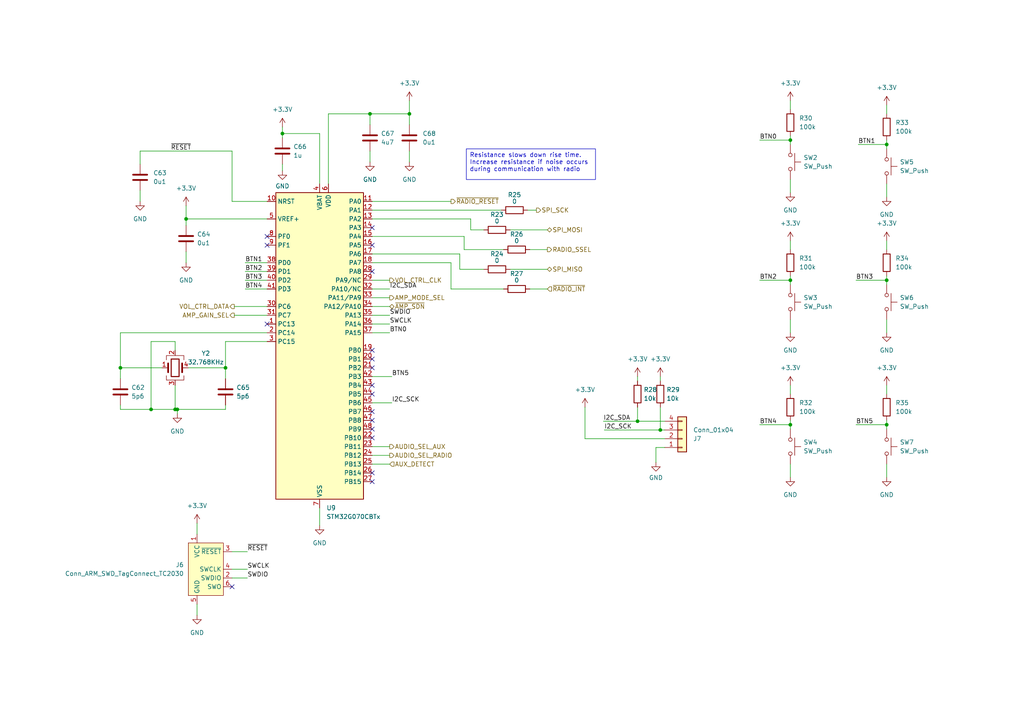
<source format=kicad_sch>
(kicad_sch (version 20230121) (generator eeschema)
  (paper "A4")
  (lib_symbols
    (symbol "Connector:Conn_ARM_SWD_TagConnect_TC2030" (in_bom no)
      (property "Reference" "J" (at 2.54 11.43 0))
      (property "Value" "Conn_ARM_SWD_TagConnect_TC2030" (at 5.08 8.89 0))
      (symbol "Conn_ARM_SWD_TagConnect_TC2030_0_0"
        (pin power_in line (at -2.54 10.16 270) (length 2.54) (name "VCC") (number "1"))
        (pin bidirectional line (at 7.62 -2.54 180) (length 2.54) (name "SWDIO") (number "2"))
        (pin open_collector line (at 7.62 5.08 180) (length 2.54) (name "~{RESET}") (number "3"))
        (pin output line (at 7.62 0 180) (length 2.54) (name "SWCLK") (number "4"))
        (pin power_in line (at -2.54 -10.16 90) (length 2.54) (name "GND") (number "5"))
        (pin input line (at 7.62 -5.08 180) (length 2.54) (name "SWO") (number "6"))
      )
      (symbol "Conn_ARM_SWD_TagConnect_TC2030_0_1"
        (rectangle (start -5.08 7.62) (end 5.08 -7.62) (fill (type background)))
      )
    )
    (symbol "Connector_Generic:Conn_01x04" (pin_names (offset 1.016) hide)
      (property "Reference" "J" (at 0 5.08 0))
      (property "Value" "Conn_01x04" (at 0 -7.62 0))
      (symbol "Conn_01x04_1_1"
        (rectangle (start -1.27 -4.953) (end 0 -5.207) (stroke (width 0.1524)))
        (rectangle (start -1.27 -2.413) (end 0 -2.667) (stroke (width 0.1524)))
        (rectangle (start -1.27 0.127) (end 0 -0.127) (stroke (width 0.1524)))
        (rectangle (start -1.27 2.667) (end 0 2.413) (stroke (width 0.1524)))
        (rectangle (start -1.27 3.81) (end 1.27 -6.35) (stroke (width 0.254)) (fill (type background)))
        (pin passive line (at -5.08 2.54 0) (length 3.81) (name "Pin_1") (number "1"))
        (pin passive line (at -5.08 0 0) (length 3.81) (name "Pin_2") (number "2"))
        (pin passive line (at -5.08 -2.54 0) (length 3.81) (name "Pin_3") (number "3"))
        (pin passive line (at -5.08 -5.08 0) (length 3.81) (name "Pin_4") (number "4"))
      )
    )
    (symbol "Device:C" (pin_numbers hide) (pin_names (offset 0.254))
      (property "Reference" "C" (at 0.635 2.54 0))
      (property "Value" "C" (at 0.635 -2.54 0))
      (symbol "C_0_1"
        (polyline (pts (xy -2.032 -0.762) (xy 2.032 -0.762)) (stroke (width 0.508)))
        (polyline (pts (xy -2.032 0.762) (xy 2.032 0.762)) (stroke (width 0.508)))
      )
      (symbol "C_1_1"
        (pin passive line (at 0 3.81 270) (length 2.794) (name "~") (number "1"))
        (pin passive line (at 0 -3.81 90) (length 2.794) (name "~") (number "2"))
      )
    )
    (symbol "Device:Crystal_GND23" (pin_names (offset 1.016) hide)
      (property "Reference" "Y" (at 3.175 5.08 0))
      (property "Value" "Crystal_GND23" (at 3.175 3.175 0))
      (symbol "Crystal_GND23_0_1"
        (rectangle (start -1.143 2.54) (end 1.143 -2.54) (stroke (width 0.3048)))
        (polyline (pts (xy -2.54 0) (xy -2.032 0)))
        (polyline (pts (xy -2.032 -1.27) (xy -2.032 1.27)) (stroke (width 0.508)))
        (polyline (pts (xy 0 -3.81) (xy 0 -3.556)))
        (polyline (pts (xy 0 3.556) (xy 0 3.81)))
        (polyline (pts (xy 2.032 -1.27) (xy 2.032 1.27)) (stroke (width 0.508)))
        (polyline (pts (xy 2.032 0) (xy 2.54 0)))
        (polyline (pts (xy -2.54 -2.286) (xy -2.54 -3.556) (xy 2.54 -3.556) (xy 2.54 -2.286)))
        (polyline (pts (xy -2.54 2.286) (xy -2.54 3.556) (xy 2.54 3.556) (xy 2.54 2.286)))
      )
      (symbol "Crystal_GND23_1_1"
        (pin passive line (at -3.81 0 0) (length 1.27) (name "1") (number "1"))
        (pin passive line (at 0 5.08 270) (length 1.27) (name "2") (number "2"))
        (pin passive line (at 0 -5.08 90) (length 1.27) (name "3") (number "3"))
        (pin passive line (at 3.81 0 180) (length 1.27) (name "4") (number "4"))
      )
    )
    (symbol "Device:R" (pin_numbers hide) (pin_names (offset 0))
      (property "Reference" "R" (at 2.032 0 90))
      (property "Value" "R" (at 0 0 90))
      (symbol "R_0_1"
        (rectangle (start -1.016 -2.54) (end 1.016 2.54) (stroke (width 0.254)))
      )
      (symbol "R_1_1"
        (pin passive line (at 0 3.81 270) (length 1.27) (name "~") (number "1"))
        (pin passive line (at 0 -3.81 90) (length 1.27) (name "~") (number "2"))
      )
    )
    (symbol "MCU_ST_STM32G0:STM32G070CBTx"
      (property "Reference" "U" (at -12.7 46.99 0))
      (property "Value" "STM32G070CBTx" (at 5.08 46.99 0))
      (symbol "STM32G070CBTx_0_1"
        (rectangle (start -12.7 -43.18) (end 12.7 45.72) (stroke (width 0.254)) (fill (type background)))
      )
      (symbol "STM32G070CBTx_1_1"
        (pin bidirectional line (at -15.24 7.62 0) (length 2.54) (name "PC13") (number "1"))
        (pin input line (at -15.24 43.18 0) (length 2.54) (name "NRST") (number "10"))
        (pin bidirectional line (at 15.24 43.18 180) (length 2.54) (name "PA0") (number "11"))
        (pin bidirectional line (at 15.24 40.64 180) (length 2.54) (name "PA1") (number "12"))
        (pin bidirectional line (at 15.24 38.1 180) (length 2.54) (name "PA2") (number "13"))
        (pin bidirectional line (at 15.24 35.56 180) (length 2.54) (name "PA3") (number "14"))
        (pin bidirectional line (at 15.24 33.02 180) (length 2.54) (name "PA4") (number "15"))
        (pin bidirectional line (at 15.24 30.48 180) (length 2.54) (name "PA5") (number "16"))
        (pin bidirectional line (at 15.24 27.94 180) (length 2.54) (name "PA6") (number "17"))
        (pin bidirectional line (at 15.24 25.4 180) (length 2.54) (name "PA7") (number "18"))
        (pin bidirectional line (at 15.24 0 180) (length 2.54) (name "PB0") (number "19"))
        (pin bidirectional line (at -15.24 5.08 0) (length 2.54) (name "PC14") (number "2"))
        (pin bidirectional line (at 15.24 -2.54 180) (length 2.54) (name "PB1") (number "20"))
        (pin bidirectional line (at 15.24 -5.08 180) (length 2.54) (name "PB2") (number "21"))
        (pin bidirectional line (at 15.24 -25.4 180) (length 2.54) (name "PB10") (number "22"))
        (pin bidirectional line (at 15.24 -27.94 180) (length 2.54) (name "PB11") (number "23"))
        (pin bidirectional line (at 15.24 -30.48 180) (length 2.54) (name "PB12") (number "24"))
        (pin bidirectional line (at 15.24 -33.02 180) (length 2.54) (name "PB13") (number "25"))
        (pin bidirectional line (at 15.24 -35.56 180) (length 2.54) (name "PB14") (number "26"))
        (pin bidirectional line (at 15.24 -38.1 180) (length 2.54) (name "PB15") (number "27"))
        (pin bidirectional line (at 15.24 22.86 180) (length 2.54) (name "PA8") (number "28"))
        (pin bidirectional line (at 15.24 20.32 180) (length 2.54) (name "PA9/NC") (number "29"))
        (pin bidirectional line (at -15.24 2.54 0) (length 2.54) (name "PC15") (number "3"))
        (pin bidirectional line (at -15.24 12.7 0) (length 2.54) (name "PC6") (number "30"))
        (pin bidirectional line (at -15.24 10.16 0) (length 2.54) (name "PC7") (number "31"))
        (pin bidirectional line (at 15.24 17.78 180) (length 2.54) (name "PA10/NC") (number "32"))
        (pin bidirectional line (at 15.24 15.24 180) (length 2.54) (name "PA11/PA9") (number "33"))
        (pin bidirectional line (at 15.24 12.7 180) (length 2.54) (name "PA12/PA10") (number "34"))
        (pin bidirectional line (at 15.24 10.16 180) (length 2.54) (name "PA13") (number "35"))
        (pin bidirectional line (at 15.24 7.62 180) (length 2.54) (name "PA14") (number "36"))
        (pin bidirectional line (at 15.24 5.08 180) (length 2.54) (name "PA15") (number "37"))
        (pin bidirectional line (at -15.24 25.4 0) (length 2.54) (name "PD0") (number "38"))
        (pin bidirectional line (at -15.24 22.86 0) (length 2.54) (name "PD1") (number "39"))
        (pin power_in line (at 0 48.26 270) (length 2.54) (name "VBAT") (number "4"))
        (pin bidirectional line (at -15.24 20.32 0) (length 2.54) (name "PD2") (number "40"))
        (pin bidirectional line (at -15.24 17.78 0) (length 2.54) (name "PD3") (number "41"))
        (pin bidirectional line (at 15.24 -7.62 180) (length 2.54) (name "PB3") (number "42"))
        (pin bidirectional line (at 15.24 -10.16 180) (length 2.54) (name "PB4") (number "43"))
        (pin bidirectional line (at 15.24 -12.7 180) (length 2.54) (name "PB5") (number "44"))
        (pin bidirectional line (at 15.24 -15.24 180) (length 2.54) (name "PB6") (number "45"))
        (pin bidirectional line (at 15.24 -17.78 180) (length 2.54) (name "PB7") (number "46"))
        (pin bidirectional line (at 15.24 -20.32 180) (length 2.54) (name "PB8") (number "47"))
        (pin bidirectional line (at 15.24 -22.86 180) (length 2.54) (name "PB9") (number "48"))
        (pin input line (at -15.24 38.1 0) (length 2.54) (name "VREF+") (number "5"))
        (pin power_in line (at 2.54 48.26 270) (length 2.54) (name "VDD") (number "6"))
        (pin power_in line (at 0 -45.72 90) (length 2.54) (name "VSS") (number "7"))
        (pin bidirectional line (at -15.24 33.02 0) (length 2.54) (name "PF0") (number "8"))
        (pin bidirectional line (at -15.24 30.48 0) (length 2.54) (name "PF1") (number "9"))
      )
    )
    (symbol "Switch:SW_Push" (pin_numbers hide) (pin_names (offset 1.016) hide)
      (property "Reference" "SW" (at 1.27 2.54 0))
      (property "Value" "SW_Push" (at 0 -1.524 0))
      (symbol "SW_Push_0_1"
        (circle (center -2.032 0) (radius 0.508))
        (polyline (pts (xy 0 1.27) (xy 0 3.048)))
        (polyline (pts (xy 2.54 1.27) (xy -2.54 1.27)))
        (circle (center 2.032 0) (radius 0.508))
        (pin passive line (at -5.08 0 0) (length 2.54) (name "1") (number "1"))
        (pin passive line (at 5.08 0 180) (length 2.54) (name "2") (number "2"))
      )
    )
    (symbol "power:+3.3V" (power) (pin_names (offset 0))
      (property "Value" "+3.3V" (at 0 3.556 0))
      (symbol "+3.3V_0_1"
        (polyline (pts (xy -0.762 1.27) (xy 0 2.54)))
        (polyline (pts (xy 0 0) (xy 0 2.54)))
        (polyline (pts (xy 0 2.54) (xy 0.762 1.27)))
      )
      (symbol "+3.3V_1_1"
        (pin power_in line (at 0 0 90) (length 0) hide (name "+3.3V") (number "1"))
      )
    )
    (symbol "power:GND" (power) (pin_names (offset 0))
      (property "Value" "GND" (at 0 -3.81 0))
      (symbol "GND_0_1"
        (polyline (pts (xy 0 0) (xy 0 -1.27) (xy 1.27 -1.27) (xy 0 -2.54) (xy -1.27 -1.27) (xy 0 -1.27)))
      )
      (symbol "GND_1_1"
        (pin power_in line (at 0 0 270) (length 0) hide (name "GND") (number "1"))
      )
    )
  )
  (junction (at 53.975 63.5))
  (junction (at 81.915 38.735))
  (junction (at 118.745 33.02))
  (junction (at 229.235 123.19))
  (junction (at 65.405 106.68))
  (junction (at 257.175 81.28))
  (junction (at 184.912 122.174))
  (junction (at 50.8 118.745))
  (junction (at 51.435 118.745))
  (junction (at 191.516 124.714))
  (junction (at 107.315 33.02))
  (junction (at 34.925 106.68))
  (junction (at 257.175 123.19))
  (junction (at 229.235 40.64))
  (junction (at 257.175 41.91))
  (junction (at 229.235 81.28))
  (junction (at 43.815 118.745))
  (no_connect (at 107.95 111.76))
  (no_connect (at 107.95 114.3))
  (no_connect (at 107.95 121.92))
  (no_connect (at 77.47 93.98))
  (no_connect (at 107.95 106.68))
  (no_connect (at 107.95 66.04))
  (no_connect (at 67.31 170.18))
  (no_connect (at 107.95 101.6))
  (no_connect (at 107.95 78.74))
  (no_connect (at 107.95 139.7))
  (no_connect (at 107.95 71.12))
  (no_connect (at 107.95 124.46))
  (no_connect (at 77.47 71.12))
  (no_connect (at 107.95 119.38))
  (no_connect (at 107.95 104.14))
  (no_connect (at 77.47 68.58))
  (no_connect (at 107.95 137.16))
  (no_connect (at 107.95 127))
  (wire (pts (xy 107.95 129.54) (xy 113.03 129.54)))
  (wire (pts (xy 107.95 134.62) (xy 113.03 134.62)))
  (wire (pts (xy 95.25 33.02) (xy 95.25 53.34)))
  (wire (pts (xy 107.95 83.82) (xy 113.03 83.82)))
  (wire (pts (xy 229.235 52.07) (xy 229.235 55.88)))
  (wire (pts (xy 248.92 41.91) (xy 257.175 41.91)))
  (wire (pts (xy 65.405 106.68) (xy 65.405 109.855)))
  (wire (pts (xy 191.516 124.714) (xy 192.786 124.714)))
  (wire (pts (xy 71.12 81.28) (xy 77.47 81.28)))
  (wire (pts (xy 257.175 41.91) (xy 257.175 43.18)))
  (wire (pts (xy 229.235 111.76) (xy 229.235 114.3)))
  (wire (pts (xy 107.95 58.42) (xy 130.81 58.42)))
  (wire (pts (xy 153.67 72.39) (xy 158.75 72.39)))
  (wire (pts (xy 107.95 96.52) (xy 113.03 96.52)))
  (wire (pts (xy 130.81 76.2) (xy 130.81 83.82)))
  (wire (pts (xy 67.945 91.44) (xy 77.47 91.44)))
  (wire (pts (xy 190.246 129.794) (xy 190.246 134.112)))
  (wire (pts (xy 67.31 160.02) (xy 71.755 160.02)))
  (wire (pts (xy 53.975 59.69) (xy 53.975 63.5)))
  (wire (pts (xy 257.175 92.71) (xy 257.175 96.52)))
  (wire (pts (xy 190.246 129.794) (xy 192.786 129.794)))
  (wire (pts (xy 34.925 118.745) (xy 43.815 118.745)))
  (wire (pts (xy 107.315 43.815) (xy 107.315 46.99)))
  (wire (pts (xy 67.31 165.1) (xy 71.755 165.1)))
  (wire (pts (xy 257.175 53.34) (xy 257.175 57.15)))
  (wire (pts (xy 65.405 99.06) (xy 65.405 106.68)))
  (wire (pts (xy 34.925 106.68) (xy 34.925 109.855)))
  (wire (pts (xy 50.8 101.6) (xy 50.8 99.06)))
  (wire (pts (xy 229.235 29.21) (xy 229.235 31.75)))
  (wire (pts (xy 257.175 30.48) (xy 257.175 33.02)))
  (wire (pts (xy 134.62 68.58) (xy 134.62 72.39)))
  (wire (pts (xy 107.95 86.36) (xy 113.03 86.36)))
  (wire (pts (xy 81.915 47.625) (xy 81.915 49.53)))
  (wire (pts (xy 40.64 55.245) (xy 40.64 58.42)))
  (wire (pts (xy 220.345 81.28) (xy 229.235 81.28)))
  (wire (pts (xy 77.47 99.06) (xy 65.405 99.06)))
  (wire (pts (xy 67.31 167.64) (xy 71.755 167.64)))
  (wire (pts (xy 92.71 147.32) (xy 92.71 152.4)))
  (wire (pts (xy 81.915 36.83) (xy 81.915 38.735)))
  (wire (pts (xy 153.67 83.82) (xy 158.75 83.82)))
  (wire (pts (xy 107.95 68.58) (xy 134.62 68.58)))
  (wire (pts (xy 92.71 38.735) (xy 81.915 38.735)))
  (wire (pts (xy 107.95 132.08) (xy 113.03 132.08)))
  (wire (pts (xy 133.35 73.66) (xy 107.95 73.66)))
  (wire (pts (xy 118.745 43.815) (xy 118.745 46.99)))
  (wire (pts (xy 257.175 69.85) (xy 257.175 72.39)))
  (wire (pts (xy 118.745 36.195) (xy 118.745 33.02)))
  (wire (pts (xy 136.525 63.5) (xy 107.95 63.5)))
  (wire (pts (xy 67.945 88.9) (xy 77.47 88.9)))
  (wire (pts (xy 175.006 122.174) (xy 184.912 122.174)))
  (wire (pts (xy 257.175 123.19) (xy 257.175 124.46)))
  (wire (pts (xy 107.95 116.84) (xy 113.665 116.84)))
  (wire (pts (xy 95.25 33.02) (xy 107.315 33.02)))
  (wire (pts (xy 107.95 88.9) (xy 113.03 88.9)))
  (wire (pts (xy 46.99 106.68) (xy 34.925 106.68)))
  (wire (pts (xy 229.235 69.85) (xy 229.235 72.39)))
  (wire (pts (xy 34.925 117.475) (xy 34.925 118.745)))
  (wire (pts (xy 248.285 123.19) (xy 257.175 123.19)))
  (wire (pts (xy 136.525 66.675) (xy 136.525 63.5)))
  (wire (pts (xy 43.815 99.06) (xy 43.815 118.745)))
  (wire (pts (xy 257.175 80.01) (xy 257.175 81.28)))
  (wire (pts (xy 169.672 127.254) (xy 169.672 118.11)))
  (wire (pts (xy 184.912 109.22) (xy 184.912 110.49)))
  (wire (pts (xy 107.315 33.02) (xy 107.315 36.195)))
  (wire (pts (xy 257.175 81.28) (xy 257.175 82.55)))
  (wire (pts (xy 77.47 96.52) (xy 34.925 96.52)))
  (wire (pts (xy 71.12 83.82) (xy 77.47 83.82)))
  (wire (pts (xy 175.26 124.714) (xy 191.516 124.714)))
  (wire (pts (xy 51.435 118.745) (xy 51.435 120.015)))
  (wire (pts (xy 229.235 92.71) (xy 229.235 96.52)))
  (wire (pts (xy 134.62 72.39) (xy 146.05 72.39)))
  (wire (pts (xy 107.95 109.22) (xy 113.665 109.22)))
  (wire (pts (xy 54.61 106.68) (xy 65.405 106.68)))
  (wire (pts (xy 50.8 99.06) (xy 43.815 99.06)))
  (wire (pts (xy 67.31 58.42) (xy 67.31 43.815)))
  (wire (pts (xy 184.912 122.174) (xy 192.786 122.174)))
  (wire (pts (xy 257.175 121.92) (xy 257.175 123.19)))
  (wire (pts (xy 184.912 118.11) (xy 184.912 122.174)))
  (wire (pts (xy 107.95 93.98) (xy 113.03 93.98)))
  (wire (pts (xy 107.95 76.2) (xy 130.81 76.2)))
  (wire (pts (xy 229.235 39.37) (xy 229.235 40.64)))
  (wire (pts (xy 34.925 96.52) (xy 34.925 106.68)))
  (wire (pts (xy 191.516 109.22) (xy 191.516 110.49)))
  (wire (pts (xy 53.975 73.025) (xy 53.975 76.2)))
  (wire (pts (xy 65.405 117.475) (xy 65.405 118.745)))
  (wire (pts (xy 257.175 40.64) (xy 257.175 41.91)))
  (wire (pts (xy 147.955 66.675) (xy 158.75 66.675)))
  (wire (pts (xy 67.31 43.815) (xy 40.64 43.815)))
  (wire (pts (xy 107.95 60.96) (xy 145.415 60.96)))
  (wire (pts (xy 229.235 121.92) (xy 229.235 123.19)))
  (wire (pts (xy 136.525 66.675) (xy 140.335 66.675)))
  (wire (pts (xy 65.405 118.745) (xy 51.435 118.745)))
  (wire (pts (xy 50.8 118.745) (xy 51.435 118.745)))
  (wire (pts (xy 107.95 91.44) (xy 113.03 91.44)))
  (wire (pts (xy 133.35 78.105) (xy 133.35 73.66)))
  (wire (pts (xy 257.175 134.62) (xy 257.175 138.43)))
  (wire (pts (xy 229.235 81.28) (xy 229.235 82.55)))
  (wire (pts (xy 130.81 83.82) (xy 146.05 83.82)))
  (wire (pts (xy 57.15 175.26) (xy 57.15 178.435)))
  (wire (pts (xy 153.035 60.96) (xy 155.575 60.96)))
  (wire (pts (xy 107.95 81.28) (xy 113.03 81.28)))
  (wire (pts (xy 257.175 111.76) (xy 257.175 114.3)))
  (wire (pts (xy 77.47 63.5) (xy 53.975 63.5)))
  (wire (pts (xy 77.47 58.42) (xy 67.31 58.42)))
  (wire (pts (xy 191.516 118.11) (xy 191.516 124.714)))
  (wire (pts (xy 81.915 38.735) (xy 81.915 40.005)))
  (wire (pts (xy 248.285 81.28) (xy 257.175 81.28)))
  (wire (pts (xy 40.64 43.815) (xy 40.64 47.625)))
  (wire (pts (xy 43.815 118.745) (xy 50.8 118.745)))
  (wire (pts (xy 53.975 63.5) (xy 53.975 65.405)))
  (wire (pts (xy 71.12 76.2) (xy 77.47 76.2)))
  (wire (pts (xy 229.235 123.19) (xy 229.235 124.46)))
  (wire (pts (xy 229.235 80.01) (xy 229.235 81.28)))
  (wire (pts (xy 92.71 38.735) (xy 92.71 53.34)))
  (wire (pts (xy 229.235 134.62) (xy 229.235 138.43)))
  (wire (pts (xy 50.8 111.76) (xy 50.8 118.745)))
  (wire (pts (xy 229.235 40.64) (xy 229.235 41.91)))
  (wire (pts (xy 133.35 78.105) (xy 140.335 78.105)))
  (wire (pts (xy 57.15 151.765) (xy 57.15 154.94)))
  (wire (pts (xy 107.315 33.02) (xy 118.745 33.02)))
  (wire (pts (xy 118.745 29.21) (xy 118.745 33.02)))
  (wire (pts (xy 147.955 78.105) (xy 158.75 78.105)))
  (wire (pts (xy 192.786 127.254) (xy 169.672 127.254)))
  (wire (pts (xy 71.12 78.74) (xy 77.47 78.74)))
  (wire (pts (xy 220.345 40.64) (xy 229.235 40.64)))
  (wire (pts (xy 220.345 123.19) (xy 229.235 123.19)))
  (text_box "Resistance slows down rise time. Increase resistance if noise occurs during communication with radio" (at 135.255 43.18 0) (size 37.465 8.89) (effects (font (size 1.27 1.27)) (justify left top)))
  (label "I2C_SCK" (at 175.26 124.714 0))
  (label "SWCLK" (at 113.03 93.98 0))
  (label "SWDIO" (at 71.755 167.64 0))
  (label "BTN1" (at 71.12 76.2 0))
  (label "BTN0" (at 220.345 40.64 0))
  (label "SWCLK" (at 71.755 165.1 0))
  (label "BTN0" (at 113.03 96.52 0))
  (label "~{RESET}" (at 49.53 43.815 0))
  (label "BTN5" (at 113.665 109.22 0))
  (label "BTN3" (at 71.12 81.28 0))
  (label "BTN4" (at 220.345 123.19 0))
  (label "~{RESET}" (at 71.755 160.02 0))
  (label "I2C_SDA" (at 113.03 83.82 0))
  (label "BTN1" (at 248.92 41.91 0))
  (label "BTN2" (at 220.345 81.28 0))
  (label "I2C_SDA" (at 175.006 122.174 0))
  (label "BTN2" (at 71.12 78.74 0))
  (label "BTN5" (at 248.285 123.19 0))
  (label "BTN3" (at 248.285 81.28 0))
  (label "BTN4" (at 71.12 83.82 0))
  (label "SWDIO" (at 113.03 91.44 0))
  (label "I2C_SCK" (at 113.665 116.84 0))
  (hierarchical_label "~{AMP_SDN}" (shape bidirectional) (at 113.03 88.9 0))
  (hierarchical_label "VOL_CTRL_CLK" (shape output) (at 113.03 81.28 0))
  (hierarchical_label "~{RADIO_RESET}" (shape output) (at 130.81 58.42 0))
  (hierarchical_label "AMP_MODE_SEL" (shape output) (at 113.03 86.36 0))
  (hierarchical_label "VOL_CTRL_DATA" (shape output) (at 67.945 88.9 180))
  (hierarchical_label "SPI_SCK" (shape output) (at 155.575 60.96 0))
  (hierarchical_label "SPI_MOSI" (shape bidirectional) (at 158.75 66.675 0))
  (hierarchical_label "AMP_GAIN_SEL" (shape output) (at 67.945 91.44 180))
  (hierarchical_label "AUX_DETECT" (shape input) (at 113.03 134.62 0))
  (hierarchical_label "AUDIO_SEL_RADIO" (shape output) (at 113.03 132.08 0))
  (hierarchical_label "SPI_MISO" (shape bidirectional) (at 158.75 78.105 0))
  (hierarchical_label "AUDIO_SEL_AUX" (shape output) (at 113.03 129.54 0))
  (hierarchical_label "~{RADIO_INT}" (shape input) (at 158.75 83.82 0))
  (hierarchical_label "RADIO_SSEL" (shape output) (at 158.75 72.39 0))
  (symbol (lib_id "Device:R") (at 257.175 36.83 0) (unit 1)
    (property "Reference" "R33" (at 259.715 35.56 0) (effects (justify left)))
    (property "Value" "100k" (at 259.715 38.1 0) (effects (justify left)))
    (property "Footprint" "Resistor_SMD:R_0402_1005Metric" (effects hide))
  )
  (symbol (lib_id "Switch:SW_Push") (at 257.175 129.54 270) (unit 1)
    (property "Reference" "SW7" (at 260.985 128.27 90) (effects (justify left)))
    (property "Value" "SW_Push" (at 260.985 130.81 90) (effects (justify left)))
    (property "Footprint" "Button_Switch_THT:SW_PUSH_6mm_H5mm" (effects hide))
  )
  (symbol (lib_id "power:GND") (at 229.235 96.52 0) (unit 1)
    (property "Reference" "#PWR090" (effects hide))
    (property "Value" "GND" (at 229.235 101.6 0))
  )
  (symbol (lib_id "power:+3.3V") (at 257.175 30.48 0) (unit 1)
    (property "Reference" "#PWR093" (effects hide))
    (property "Value" "+3.3V" (at 257.175 25.4 0))
  )
  (symbol (lib_id "power:+3.3V") (at 191.516 109.22 0) (unit 1)
    (property "Reference" "#PWR086" (effects hide))
    (property "Value" "+3.3V" (at 191.516 104.14 0))
  )
  (symbol (lib_id "Device:R") (at 229.235 35.56 0) (unit 1)
    (property "Reference" "R30" (at 231.775 34.29 0) (effects (justify left)))
    (property "Value" "100k" (at 231.775 36.83 0) (effects (justify left)))
    (property "Footprint" "Resistor_SMD:R_0402_1005Metric" (effects hide))
  )
  (symbol (lib_id "Switch:SW_Push") (at 229.235 129.54 270) (unit 1)
    (property "Reference" "SW4" (at 233.045 128.27 90) (effects (justify left)))
    (property "Value" "SW_Push" (at 233.045 130.81 90) (effects (justify left)))
    (property "Footprint" "Button_Switch_THT:SW_PUSH_6mm_H5mm" (effects hide))
  )
  (symbol (lib_id "Device:C") (at 118.745 40.005 0) (unit 1)
    (property "Reference" "C68" (at 122.555 38.735 0) (effects (justify left)))
    (property "Value" "0u1" (at 122.555 41.275 0) (effects (justify left)))
    (property "Footprint" "Capacitor_SMD:C_0402_1005Metric" (effects hide))
  )
  (symbol (lib_id "Device:C") (at 40.64 51.435 0) (unit 1)
    (property "Reference" "C63" (at 44.45 50.165 0) (effects (justify left)))
    (property "Value" "0u1" (at 44.45 52.705 0) (effects (justify left)))
    (property "Footprint" "Capacitor_SMD:C_0402_1005Metric" (effects hide))
  )
  (symbol (lib_id "Device:R") (at 184.912 114.3 0) (unit 1)
    (property "Reference" "R28" (at 186.69 113.03 0) (effects (justify left)))
    (property "Value" "10k" (at 186.69 115.57 0) (effects (justify left)))
    (property "Footprint" "Resistor_SMD:R_0402_1005Metric" (effects hide))
  )
  (symbol (lib_id "Device:C") (at 81.915 43.815 0) (unit 1)
    (property "Reference" "C66" (at 85.09 42.545 0) (effects (justify left)))
    (property "Value" "1u" (at 85.09 45.085 0) (effects (justify left)))
    (property "Footprint" "Capacitor_SMD:C_0402_1005Metric" (effects hide))
  )
  (symbol (lib_id "power:GND") (at 190.246 134.112 0) (unit 1)
    (property "Reference" "#PWR085" (effects hide))
    (property "Value" "GND" (at 190.246 138.557 0))
  )
  (symbol (lib_id "Device:R") (at 229.235 76.2 0) (unit 1)
    (property "Reference" "R31" (at 231.775 74.93 0) (effects (justify left)))
    (property "Value" "100k" (at 231.775 77.47 0) (effects (justify left)))
    (property "Footprint" "Resistor_SMD:R_0402_1005Metric" (effects hide))
  )
  (symbol (lib_id "power:GND") (at 118.745 46.99 0) (unit 1)
    (property "Reference" "#PWR082" (effects hide))
    (property "Value" "GND" (at 118.745 52.07 0))
  )
  (symbol (lib_id "power:+3.3V") (at 169.672 118.11 0) (unit 1)
    (property "Reference" "#PWR083" (effects hide))
    (property "Value" "+3.3V" (at 169.672 113.03 0))
  )
  (symbol (lib_id "Device:R") (at 149.225 60.96 90) (unit 1)
    (property "Reference" "R25" (at 149.225 56.515 90))
    (property "Value" "0" (at 149.225 58.42 90))
    (property "Footprint" "Resistor_SMD:R_0402_1005Metric" (effects hide))
  )
  (symbol (lib_id "power:+3.3V") (at 81.915 36.83 0) (unit 1)
    (property "Reference" "#PWR077" (effects hide))
    (property "Value" "+3.3V" (at 81.915 31.75 0))
  )
  (symbol (lib_id "power:GND") (at 92.71 152.4 0) (unit 1)
    (property "Reference" "#PWR079" (effects hide))
    (property "Value" "GND" (at 92.71 157.48 0))
  )
  (symbol (lib_id "Device:Crystal_GND23") (at 50.8 106.68 0) (unit 1)
    (property "Reference" "Y2" (at 59.69 102.4891 0))
    (property "Value" "32.768KHz" (at 59.69 105.0291 0))
    (property "Footprint" "Crystal:Crystal_SMD_3225-4Pin_3.2x2.5mm" (effects hide))
  )
  (symbol (lib_id "Device:R") (at 191.516 114.3 0) (unit 1)
    (property "Reference" "R29" (at 193.294 113.03 0) (effects (justify left)))
    (property "Value" "10k" (at 193.294 115.57 0) (effects (justify left)))
    (property "Footprint" "Resistor_SMD:R_0402_1005Metric" (effects hide))
  )
  (symbol (lib_id "Device:C") (at 65.405 113.665 0) (unit 1)
    (property "Reference" "C65" (at 68.58 112.395 0) (effects (justify left)))
    (property "Value" "5p6" (at 68.58 114.935 0) (effects (justify left)))
    (property "Footprint" "Capacitor_SMD:C_0402_1005Metric" (effects hide))
  )
  (symbol (lib_id "Device:C") (at 107.315 40.005 0) (unit 1)
    (property "Reference" "C67" (at 110.49 38.735 0) (effects (justify left)))
    (property "Value" "4u7" (at 110.49 41.275 0) (effects (justify left)))
    (property "Footprint" "Capacitor_SMD:C_0603_1608Metric" (effects hide))
  )
  (symbol (lib_id "power:+3.3V") (at 184.912 109.22 0) (unit 1)
    (property "Reference" "#PWR084" (effects hide))
    (property "Value" "+3.3V" (at 184.912 104.14 0))
  )
  (symbol (lib_id "Device:R") (at 149.86 83.82 90) (unit 1)
    (property "Reference" "R27" (at 149.86 79.375 90))
    (property "Value" "0" (at 149.86 81.28 90))
    (property "Footprint" "Resistor_SMD:R_0402_1005Metric" (effects hide))
  )
  (symbol (lib_id "Switch:SW_Push") (at 229.235 87.63 270) (unit 1)
    (property "Reference" "SW3" (at 233.045 86.36 90) (effects (justify left)))
    (property "Value" "SW_Push" (at 233.045 88.9 90) (effects (justify left)))
    (property "Footprint" "Button_Switch_THT:SW_PUSH_6mm_H5mm" (effects hide))
  )
  (symbol (lib_id "power:+3.3V") (at 118.745 29.21 0) (unit 1)
    (property "Reference" "#PWR081" (effects hide))
    (property "Value" "+3.3V" (at 118.745 24.13 0))
  )
  (symbol (lib_id "Device:R") (at 257.175 118.11 0) (unit 1)
    (property "Reference" "R35" (at 259.715 116.84 0) (effects (justify left)))
    (property "Value" "100k" (at 259.715 119.38 0) (effects (justify left)))
    (property "Footprint" "Resistor_SMD:R_0402_1005Metric" (effects hide))
  )
  (symbol (lib_id "power:+3.3V") (at 57.15 151.765 0) (unit 1)
    (property "Reference" "#PWR075" (effects hide))
    (property "Value" "+3.3V" (at 57.15 146.685 0))
  )
  (symbol (lib_id "power:+3.3V") (at 229.235 111.76 0) (unit 1)
    (property "Reference" "#PWR091" (effects hide))
    (property "Value" "+3.3V" (at 229.235 106.68 0))
  )
  (symbol (lib_id "power:+3.3V") (at 257.175 111.76 0) (unit 1)
    (property "Reference" "#PWR097" (effects hide))
    (property "Value" "+3.3V" (at 257.175 106.68 0))
  )
  (symbol (lib_id "Device:R") (at 144.145 78.105 90) (unit 1)
    (property "Reference" "R24" (at 144.145 73.66 90))
    (property "Value" "0" (at 144.145 75.565 90))
    (property "Footprint" "Resistor_SMD:R_0402_1005Metric" (effects hide))
  )
  (symbol (lib_id "power:GND") (at 57.15 178.435 0) (unit 1)
    (property "Reference" "#PWR076" (effects hide))
    (property "Value" "GND" (at 57.15 183.515 0))
  )
  (symbol (lib_id "Device:R") (at 229.235 118.11 0) (unit 1)
    (property "Reference" "R32" (at 231.775 116.84 0) (effects (justify left)))
    (property "Value" "100k" (at 231.775 119.38 0) (effects (justify left)))
    (property "Footprint" "Resistor_SMD:R_0402_1005Metric" (effects hide))
  )
  (symbol (lib_id "Connector:Conn_ARM_SWD_TagConnect_TC2030") (at 59.69 165.1 0) (unit 1) (in_bom no)
    (property "Reference" "J6" (at 53.34 163.83 0) (effects (justify right)))
    (property "Value" "Conn_ARM_SWD_TagConnect_TC2030" (at 53.34 166.37 0) (effects (justify right)))
    (property "Footprint" "Connector:Tag-Connect_TC2030-IDC-FP_2x03_P1.27mm_Vertical" (effects hide))
    (property "Datasheet" "https://www.tag-connect.com/wp-content/uploads/bsk-pdf-manager/TC2030-CTX_1.pdf" (effects hide))
  )
  (symbol (lib_id "power:GND") (at 81.915 49.53 0) (unit 1)
    (property "Reference" "#PWR078" (effects hide))
    (property "Value" "GND" (at 81.915 53.975 0))
  )
  (symbol (lib_id "power:+3.3V") (at 229.235 29.21 0) (unit 1)
    (property "Reference" "#PWR087" (effects hide))
    (property "Value" "+3.3V" (at 229.235 24.13 0))
  )
  (symbol (lib_id "power:+3.3V") (at 53.975 59.69 0) (unit 1)
    (property "Reference" "#PWR073" (effects hide))
    (property "Value" "+3.3V" (at 53.975 54.61 0))
  )
  (symbol (lib_id "Device:R") (at 149.86 72.39 90) (unit 1)
    (property "Reference" "R26" (at 149.86 67.945 90))
    (property "Value" "0" (at 149.86 69.85 90))
    (property "Footprint" "Resistor_SMD:R_0402_1005Metric" (effects hide))
  )
  (symbol (lib_id "Device:R") (at 144.145 66.675 90) (unit 1)
    (property "Reference" "R23" (at 144.145 62.23 90))
    (property "Value" "0" (at 144.145 64.135 90))
    (property "Footprint" "Resistor_SMD:R_0402_1005Metric" (effects hide))
  )
  (symbol (lib_id "Device:C") (at 53.975 69.215 0) (unit 1)
    (property "Reference" "C64" (at 57.15 67.945 0) (effects (justify left)))
    (property "Value" "0u1" (at 57.15 70.485 0) (effects (justify left)))
    (property "Footprint" "Capacitor_SMD:C_0402_1005Metric" (effects hide))
  )
  (symbol (lib_id "Switch:SW_Push") (at 229.235 46.99 270) (unit 1)
    (property "Reference" "SW2" (at 233.045 45.72 90) (effects (justify left)))
    (property "Value" "SW_Push" (at 233.045 48.26 90) (effects (justify left)))
    (property "Footprint" "Button_Switch_THT:SW_PUSH_6mm_H5mm" (effects hide))
  )
  (symbol (lib_id "power:GND") (at 229.235 138.43 0) (unit 1)
    (property "Reference" "#PWR092" (effects hide))
    (property "Value" "GND" (at 229.235 143.51 0))
  )
  (symbol (lib_id "power:GND") (at 257.175 138.43 0) (unit 1)
    (property "Reference" "#PWR098" (effects hide))
    (property "Value" "GND" (at 257.175 143.51 0))
  )
  (symbol (lib_id "Switch:SW_Push") (at 257.175 87.63 270) (unit 1)
    (property "Reference" "SW6" (at 260.985 86.36 90) (effects (justify left)))
    (property "Value" "SW_Push" (at 260.985 88.9 90) (effects (justify left)))
    (property "Footprint" "Button_Switch_THT:SW_PUSH_6mm_H5mm" (effects hide))
  )
  (symbol (lib_id "power:GND") (at 40.64 58.42 0) (unit 1)
    (property "Reference" "#PWR071" (effects hide))
    (property "Value" "GND" (at 40.64 63.5 0))
  )
  (symbol (lib_id "power:+3.3V") (at 229.235 69.85 0) (unit 1)
    (property "Reference" "#PWR089" (effects hide))
    (property "Value" "+3.3V" (at 229.235 64.77 0))
  )
  (symbol (lib_id "Device:C") (at 34.925 113.665 0) (unit 1)
    (property "Reference" "C62" (at 38.1 112.395 0) (effects (justify left)))
    (property "Value" "5p6" (at 38.1 114.935 0) (effects (justify left)))
    (property "Footprint" "Capacitor_SMD:C_0402_1005Metric" (effects hide))
  )
  (symbol (lib_id "power:GND") (at 229.235 55.88 0) (unit 1)
    (property "Reference" "#PWR088" (effects hide))
    (property "Value" "GND" (at 229.235 60.96 0))
  )
  (symbol (lib_id "power:GND") (at 53.975 76.2 0) (unit 1)
    (property "Reference" "#PWR074" (effects hide))
    (property "Value" "GND" (at 53.975 81.28 0))
  )
  (symbol (lib_id "power:GND") (at 107.315 46.99 0) (unit 1)
    (property "Reference" "#PWR080" (effects hide))
    (property "Value" "GND" (at 107.315 52.07 0))
  )
  (symbol (lib_id "Device:R") (at 257.175 76.2 0) (unit 1)
    (property "Reference" "R34" (at 259.715 74.93 0) (effects (justify left)))
    (property "Value" "100k" (at 259.715 77.47 0) (effects (justify left)))
    (property "Footprint" "Resistor_SMD:R_0402_1005Metric" (effects hide))
  )
  (symbol (lib_id "power:GND") (at 257.175 57.15 0) (unit 1)
    (property "Reference" "#PWR094" (effects hide))
    (property "Value" "GND" (at 257.175 62.23 0))
  )
  (symbol (lib_id "MCU_ST_STM32G0:STM32G070CBTx") (at 92.71 101.6 0) (unit 1)
    (property "Reference" "U9" (at 94.6659 147.32 0) (effects (justify left)))
    (property "Value" "STM32G070CBTx" (at 94.6659 149.86 0) (effects (justify left)))
    (property "Footprint" "Package_QFP:LQFP-48_7x7mm_P0.5mm" (effects hide))
    (property "Datasheet" "https://www.st.com/resource/en/datasheet/stm32g070cb.pdf" (effects hide))
  )
  (symbol (lib_id "power:+3.3V") (at 257.175 69.85 0) (unit 1)
    (property "Reference" "#PWR095" (effects hide))
    (property "Value" "+3.3V" (at 257.175 64.77 0))
  )
  (symbol (lib_id "power:GND") (at 257.175 96.52 0) (unit 1)
    (property "Reference" "#PWR096" (effects hide))
    (property "Value" "GND" (at 257.175 101.6 0))
  )
  (symbol (lib_id "power:GND") (at 51.435 120.015 0) (unit 1)
    (property "Reference" "#PWR072" (effects hide))
    (property "Value" "GND" (at 51.435 125.095 0))
  )
  (symbol (lib_id "Connector_Generic:Conn_01x04") (at 197.866 127.254 0) (mirror x) (unit 1)
    (property "Reference" "J7" (at 201.041 127.254 0) (effects (justify left)))
    (property "Value" "Conn_01x04" (at 201.041 124.714 0) (effects (justify left)))
    (property "Footprint" "Connector_PinHeader_2.54mm:PinHeader_1x04_P2.54mm_Vertical" (effects hide))
  )
  (symbol (lib_id "Switch:SW_Push") (at 257.175 48.26 270) (unit 1)
    (property "Reference" "SW5" (at 260.985 46.99 90) (effects (justify left)))
    (property "Value" "SW_Push" (at 260.985 49.53 90) (effects (justify left)))
    (property "Footprint" "Button_Switch_THT:SW_PUSH_6mm_H5mm" (effects hide))
  )
)
</source>
